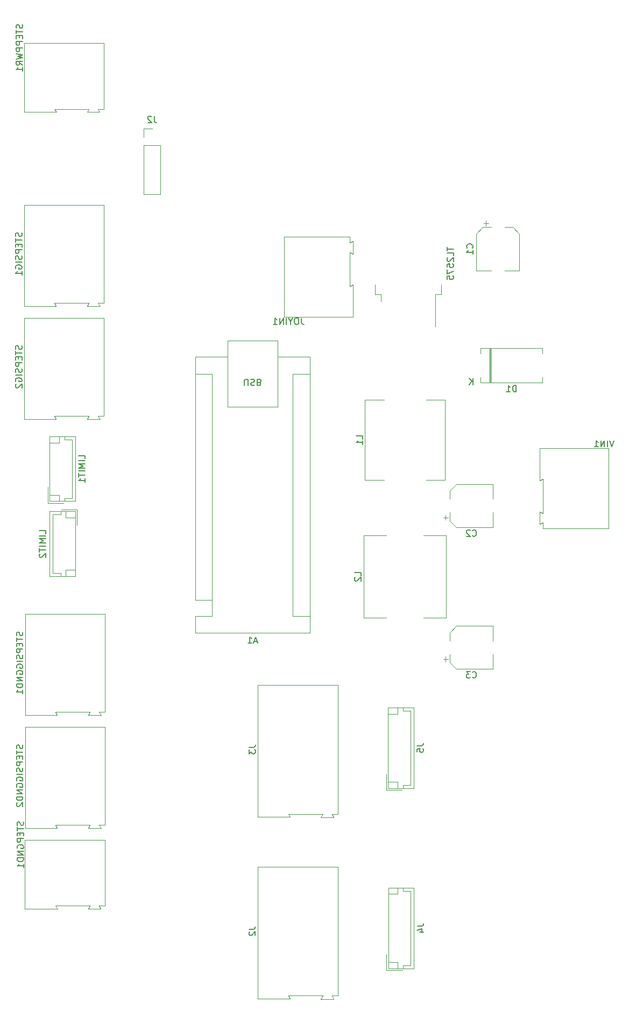
<source format=gbr>
%TF.GenerationSoftware,KiCad,Pcbnew,7.0.7-7.0.7~ubuntu22.04.1*%
%TF.CreationDate,2023-09-29T11:53:24-06:00*%
%TF.ProjectId,stepper_microscope_stage,73746570-7065-4725-9f6d-6963726f7363,9*%
%TF.SameCoordinates,Original*%
%TF.FileFunction,Legend,Bot*%
%TF.FilePolarity,Positive*%
%FSLAX46Y46*%
G04 Gerber Fmt 4.6, Leading zero omitted, Abs format (unit mm)*
G04 Created by KiCad (PCBNEW 7.0.7-7.0.7~ubuntu22.04.1) date 2023-09-29 11:53:24*
%MOMM*%
%LPD*%
G01*
G04 APERTURE LIST*
%ADD10C,0.150000*%
%ADD11C,0.120000*%
G04 APERTURE END LIST*
D10*
X134016666Y-119959580D02*
X134064285Y-120007200D01*
X134064285Y-120007200D02*
X134207142Y-120054819D01*
X134207142Y-120054819D02*
X134302380Y-120054819D01*
X134302380Y-120054819D02*
X134445237Y-120007200D01*
X134445237Y-120007200D02*
X134540475Y-119911961D01*
X134540475Y-119911961D02*
X134588094Y-119816723D01*
X134588094Y-119816723D02*
X134635713Y-119626247D01*
X134635713Y-119626247D02*
X134635713Y-119483390D01*
X134635713Y-119483390D02*
X134588094Y-119292914D01*
X134588094Y-119292914D02*
X134540475Y-119197676D01*
X134540475Y-119197676D02*
X134445237Y-119102438D01*
X134445237Y-119102438D02*
X134302380Y-119054819D01*
X134302380Y-119054819D02*
X134207142Y-119054819D01*
X134207142Y-119054819D02*
X134064285Y-119102438D01*
X134064285Y-119102438D02*
X134016666Y-119150057D01*
X133683332Y-119054819D02*
X133064285Y-119054819D01*
X133064285Y-119054819D02*
X133397618Y-119435771D01*
X133397618Y-119435771D02*
X133254761Y-119435771D01*
X133254761Y-119435771D02*
X133159523Y-119483390D01*
X133159523Y-119483390D02*
X133111904Y-119531009D01*
X133111904Y-119531009D02*
X133064285Y-119626247D01*
X133064285Y-119626247D02*
X133064285Y-119864342D01*
X133064285Y-119864342D02*
X133111904Y-119959580D01*
X133111904Y-119959580D02*
X133159523Y-120007200D01*
X133159523Y-120007200D02*
X133254761Y-120054819D01*
X133254761Y-120054819D02*
X133540475Y-120054819D01*
X133540475Y-120054819D02*
X133635713Y-120007200D01*
X133635713Y-120007200D02*
X133683332Y-119959580D01*
X98844819Y-159566666D02*
X99559104Y-159566666D01*
X99559104Y-159566666D02*
X99701961Y-159519047D01*
X99701961Y-159519047D02*
X99797200Y-159423809D01*
X99797200Y-159423809D02*
X99844819Y-159280952D01*
X99844819Y-159280952D02*
X99844819Y-159185714D01*
X98940057Y-159995238D02*
X98892438Y-160042857D01*
X98892438Y-160042857D02*
X98844819Y-160138095D01*
X98844819Y-160138095D02*
X98844819Y-160376190D01*
X98844819Y-160376190D02*
X98892438Y-160471428D01*
X98892438Y-160471428D02*
X98940057Y-160519047D01*
X98940057Y-160519047D02*
X99035295Y-160566666D01*
X99035295Y-160566666D02*
X99130533Y-160566666D01*
X99130533Y-160566666D02*
X99273390Y-160519047D01*
X99273390Y-160519047D02*
X99844819Y-159947619D01*
X99844819Y-159947619D02*
X99844819Y-160566666D01*
X66854819Y-97354762D02*
X66854819Y-96878572D01*
X66854819Y-96878572D02*
X65854819Y-96878572D01*
X66854819Y-97688096D02*
X65854819Y-97688096D01*
X66854819Y-98164286D02*
X65854819Y-98164286D01*
X65854819Y-98164286D02*
X66569104Y-98497619D01*
X66569104Y-98497619D02*
X65854819Y-98830952D01*
X65854819Y-98830952D02*
X66854819Y-98830952D01*
X66854819Y-99307143D02*
X65854819Y-99307143D01*
X65854819Y-99640476D02*
X65854819Y-100211904D01*
X66854819Y-99926190D02*
X65854819Y-99926190D01*
X65950057Y-100497619D02*
X65902438Y-100545238D01*
X65902438Y-100545238D02*
X65854819Y-100640476D01*
X65854819Y-100640476D02*
X65854819Y-100878571D01*
X65854819Y-100878571D02*
X65902438Y-100973809D01*
X65902438Y-100973809D02*
X65950057Y-101021428D01*
X65950057Y-101021428D02*
X66045295Y-101069047D01*
X66045295Y-101069047D02*
X66140533Y-101069047D01*
X66140533Y-101069047D02*
X66283390Y-101021428D01*
X66283390Y-101021428D02*
X66854819Y-100450000D01*
X66854819Y-100450000D02*
X66854819Y-101069047D01*
X125304819Y-130716666D02*
X126019104Y-130716666D01*
X126019104Y-130716666D02*
X126161961Y-130669047D01*
X126161961Y-130669047D02*
X126257200Y-130573809D01*
X126257200Y-130573809D02*
X126304819Y-130430952D01*
X126304819Y-130430952D02*
X126304819Y-130335714D01*
X125304819Y-131669047D02*
X125304819Y-131192857D01*
X125304819Y-131192857D02*
X125781009Y-131145238D01*
X125781009Y-131145238D02*
X125733390Y-131192857D01*
X125733390Y-131192857D02*
X125685771Y-131288095D01*
X125685771Y-131288095D02*
X125685771Y-131526190D01*
X125685771Y-131526190D02*
X125733390Y-131621428D01*
X125733390Y-131621428D02*
X125781009Y-131669047D01*
X125781009Y-131669047D02*
X125876247Y-131716666D01*
X125876247Y-131716666D02*
X126114342Y-131716666D01*
X126114342Y-131716666D02*
X126209580Y-131669047D01*
X126209580Y-131669047D02*
X126257200Y-131621428D01*
X126257200Y-131621428D02*
X126304819Y-131526190D01*
X126304819Y-131526190D02*
X126304819Y-131288095D01*
X126304819Y-131288095D02*
X126257200Y-131192857D01*
X126257200Y-131192857D02*
X126209580Y-131145238D01*
X63218016Y-130588811D02*
X63265635Y-130731668D01*
X63265635Y-130731668D02*
X63265635Y-130969763D01*
X63265635Y-130969763D02*
X63218016Y-131065001D01*
X63218016Y-131065001D02*
X63170396Y-131112620D01*
X63170396Y-131112620D02*
X63075158Y-131160239D01*
X63075158Y-131160239D02*
X62979920Y-131160239D01*
X62979920Y-131160239D02*
X62884682Y-131112620D01*
X62884682Y-131112620D02*
X62837063Y-131065001D01*
X62837063Y-131065001D02*
X62789444Y-130969763D01*
X62789444Y-130969763D02*
X62741825Y-130779287D01*
X62741825Y-130779287D02*
X62694206Y-130684049D01*
X62694206Y-130684049D02*
X62646587Y-130636430D01*
X62646587Y-130636430D02*
X62551349Y-130588811D01*
X62551349Y-130588811D02*
X62456111Y-130588811D01*
X62456111Y-130588811D02*
X62360873Y-130636430D01*
X62360873Y-130636430D02*
X62313254Y-130684049D01*
X62313254Y-130684049D02*
X62265635Y-130779287D01*
X62265635Y-130779287D02*
X62265635Y-131017382D01*
X62265635Y-131017382D02*
X62313254Y-131160239D01*
X62265635Y-131445954D02*
X62265635Y-132017382D01*
X63265635Y-131731668D02*
X62265635Y-131731668D01*
X62741825Y-132350716D02*
X62741825Y-132684049D01*
X63265635Y-132826906D02*
X63265635Y-132350716D01*
X63265635Y-132350716D02*
X62265635Y-132350716D01*
X62265635Y-132350716D02*
X62265635Y-132826906D01*
X63265635Y-133255478D02*
X62265635Y-133255478D01*
X62265635Y-133255478D02*
X62265635Y-133636430D01*
X62265635Y-133636430D02*
X62313254Y-133731668D01*
X62313254Y-133731668D02*
X62360873Y-133779287D01*
X62360873Y-133779287D02*
X62456111Y-133826906D01*
X62456111Y-133826906D02*
X62598968Y-133826906D01*
X62598968Y-133826906D02*
X62694206Y-133779287D01*
X62694206Y-133779287D02*
X62741825Y-133731668D01*
X62741825Y-133731668D02*
X62789444Y-133636430D01*
X62789444Y-133636430D02*
X62789444Y-133255478D01*
X63218016Y-134207859D02*
X63265635Y-134350716D01*
X63265635Y-134350716D02*
X63265635Y-134588811D01*
X63265635Y-134588811D02*
X63218016Y-134684049D01*
X63218016Y-134684049D02*
X63170396Y-134731668D01*
X63170396Y-134731668D02*
X63075158Y-134779287D01*
X63075158Y-134779287D02*
X62979920Y-134779287D01*
X62979920Y-134779287D02*
X62884682Y-134731668D01*
X62884682Y-134731668D02*
X62837063Y-134684049D01*
X62837063Y-134684049D02*
X62789444Y-134588811D01*
X62789444Y-134588811D02*
X62741825Y-134398335D01*
X62741825Y-134398335D02*
X62694206Y-134303097D01*
X62694206Y-134303097D02*
X62646587Y-134255478D01*
X62646587Y-134255478D02*
X62551349Y-134207859D01*
X62551349Y-134207859D02*
X62456111Y-134207859D01*
X62456111Y-134207859D02*
X62360873Y-134255478D01*
X62360873Y-134255478D02*
X62313254Y-134303097D01*
X62313254Y-134303097D02*
X62265635Y-134398335D01*
X62265635Y-134398335D02*
X62265635Y-134636430D01*
X62265635Y-134636430D02*
X62313254Y-134779287D01*
X63265635Y-135207859D02*
X62265635Y-135207859D01*
X62313254Y-136207858D02*
X62265635Y-136112620D01*
X62265635Y-136112620D02*
X62265635Y-135969763D01*
X62265635Y-135969763D02*
X62313254Y-135826906D01*
X62313254Y-135826906D02*
X62408492Y-135731668D01*
X62408492Y-135731668D02*
X62503730Y-135684049D01*
X62503730Y-135684049D02*
X62694206Y-135636430D01*
X62694206Y-135636430D02*
X62837063Y-135636430D01*
X62837063Y-135636430D02*
X63027539Y-135684049D01*
X63027539Y-135684049D02*
X63122777Y-135731668D01*
X63122777Y-135731668D02*
X63218016Y-135826906D01*
X63218016Y-135826906D02*
X63265635Y-135969763D01*
X63265635Y-135969763D02*
X63265635Y-136065001D01*
X63265635Y-136065001D02*
X63218016Y-136207858D01*
X63218016Y-136207858D02*
X63170396Y-136255477D01*
X63170396Y-136255477D02*
X62837063Y-136255477D01*
X62837063Y-136255477D02*
X62837063Y-136065001D01*
X62313254Y-137207858D02*
X62265635Y-137112620D01*
X62265635Y-137112620D02*
X62265635Y-136969763D01*
X62265635Y-136969763D02*
X62313254Y-136826906D01*
X62313254Y-136826906D02*
X62408492Y-136731668D01*
X62408492Y-136731668D02*
X62503730Y-136684049D01*
X62503730Y-136684049D02*
X62694206Y-136636430D01*
X62694206Y-136636430D02*
X62837063Y-136636430D01*
X62837063Y-136636430D02*
X63027539Y-136684049D01*
X63027539Y-136684049D02*
X63122777Y-136731668D01*
X63122777Y-136731668D02*
X63218016Y-136826906D01*
X63218016Y-136826906D02*
X63265635Y-136969763D01*
X63265635Y-136969763D02*
X63265635Y-137065001D01*
X63265635Y-137065001D02*
X63218016Y-137207858D01*
X63218016Y-137207858D02*
X63170396Y-137255477D01*
X63170396Y-137255477D02*
X62837063Y-137255477D01*
X62837063Y-137255477D02*
X62837063Y-137065001D01*
X63265635Y-137684049D02*
X62265635Y-137684049D01*
X62265635Y-137684049D02*
X63265635Y-138255477D01*
X63265635Y-138255477D02*
X62265635Y-138255477D01*
X63265635Y-138731668D02*
X62265635Y-138731668D01*
X62265635Y-138731668D02*
X62265635Y-138969763D01*
X62265635Y-138969763D02*
X62313254Y-139112620D01*
X62313254Y-139112620D02*
X62408492Y-139207858D01*
X62408492Y-139207858D02*
X62503730Y-139255477D01*
X62503730Y-139255477D02*
X62694206Y-139303096D01*
X62694206Y-139303096D02*
X62837063Y-139303096D01*
X62837063Y-139303096D02*
X63027539Y-139255477D01*
X63027539Y-139255477D02*
X63122777Y-139207858D01*
X63122777Y-139207858D02*
X63218016Y-139112620D01*
X63218016Y-139112620D02*
X63265635Y-138969763D01*
X63265635Y-138969763D02*
X63265635Y-138731668D01*
X62360873Y-139684049D02*
X62313254Y-139731668D01*
X62313254Y-139731668D02*
X62265635Y-139826906D01*
X62265635Y-139826906D02*
X62265635Y-140065001D01*
X62265635Y-140065001D02*
X62313254Y-140160239D01*
X62313254Y-140160239D02*
X62360873Y-140207858D01*
X62360873Y-140207858D02*
X62456111Y-140255477D01*
X62456111Y-140255477D02*
X62551349Y-140255477D01*
X62551349Y-140255477D02*
X62694206Y-140207858D01*
X62694206Y-140207858D02*
X63265635Y-139636430D01*
X63265635Y-139636430D02*
X63265635Y-140255477D01*
X63057200Y-50012620D02*
X63104819Y-50155477D01*
X63104819Y-50155477D02*
X63104819Y-50393572D01*
X63104819Y-50393572D02*
X63057200Y-50488810D01*
X63057200Y-50488810D02*
X63009580Y-50536429D01*
X63009580Y-50536429D02*
X62914342Y-50584048D01*
X62914342Y-50584048D02*
X62819104Y-50584048D01*
X62819104Y-50584048D02*
X62723866Y-50536429D01*
X62723866Y-50536429D02*
X62676247Y-50488810D01*
X62676247Y-50488810D02*
X62628628Y-50393572D01*
X62628628Y-50393572D02*
X62581009Y-50203096D01*
X62581009Y-50203096D02*
X62533390Y-50107858D01*
X62533390Y-50107858D02*
X62485771Y-50060239D01*
X62485771Y-50060239D02*
X62390533Y-50012620D01*
X62390533Y-50012620D02*
X62295295Y-50012620D01*
X62295295Y-50012620D02*
X62200057Y-50060239D01*
X62200057Y-50060239D02*
X62152438Y-50107858D01*
X62152438Y-50107858D02*
X62104819Y-50203096D01*
X62104819Y-50203096D02*
X62104819Y-50441191D01*
X62104819Y-50441191D02*
X62152438Y-50584048D01*
X62104819Y-50869763D02*
X62104819Y-51441191D01*
X63104819Y-51155477D02*
X62104819Y-51155477D01*
X62581009Y-51774525D02*
X62581009Y-52107858D01*
X63104819Y-52250715D02*
X63104819Y-51774525D01*
X63104819Y-51774525D02*
X62104819Y-51774525D01*
X62104819Y-51774525D02*
X62104819Y-52250715D01*
X63104819Y-52679287D02*
X62104819Y-52679287D01*
X62104819Y-52679287D02*
X62104819Y-53060239D01*
X62104819Y-53060239D02*
X62152438Y-53155477D01*
X62152438Y-53155477D02*
X62200057Y-53203096D01*
X62200057Y-53203096D02*
X62295295Y-53250715D01*
X62295295Y-53250715D02*
X62438152Y-53250715D01*
X62438152Y-53250715D02*
X62533390Y-53203096D01*
X62533390Y-53203096D02*
X62581009Y-53155477D01*
X62581009Y-53155477D02*
X62628628Y-53060239D01*
X62628628Y-53060239D02*
X62628628Y-52679287D01*
X63057200Y-53631668D02*
X63104819Y-53774525D01*
X63104819Y-53774525D02*
X63104819Y-54012620D01*
X63104819Y-54012620D02*
X63057200Y-54107858D01*
X63057200Y-54107858D02*
X63009580Y-54155477D01*
X63009580Y-54155477D02*
X62914342Y-54203096D01*
X62914342Y-54203096D02*
X62819104Y-54203096D01*
X62819104Y-54203096D02*
X62723866Y-54155477D01*
X62723866Y-54155477D02*
X62676247Y-54107858D01*
X62676247Y-54107858D02*
X62628628Y-54012620D01*
X62628628Y-54012620D02*
X62581009Y-53822144D01*
X62581009Y-53822144D02*
X62533390Y-53726906D01*
X62533390Y-53726906D02*
X62485771Y-53679287D01*
X62485771Y-53679287D02*
X62390533Y-53631668D01*
X62390533Y-53631668D02*
X62295295Y-53631668D01*
X62295295Y-53631668D02*
X62200057Y-53679287D01*
X62200057Y-53679287D02*
X62152438Y-53726906D01*
X62152438Y-53726906D02*
X62104819Y-53822144D01*
X62104819Y-53822144D02*
X62104819Y-54060239D01*
X62104819Y-54060239D02*
X62152438Y-54203096D01*
X63104819Y-54631668D02*
X62104819Y-54631668D01*
X62152438Y-55631667D02*
X62104819Y-55536429D01*
X62104819Y-55536429D02*
X62104819Y-55393572D01*
X62104819Y-55393572D02*
X62152438Y-55250715D01*
X62152438Y-55250715D02*
X62247676Y-55155477D01*
X62247676Y-55155477D02*
X62342914Y-55107858D01*
X62342914Y-55107858D02*
X62533390Y-55060239D01*
X62533390Y-55060239D02*
X62676247Y-55060239D01*
X62676247Y-55060239D02*
X62866723Y-55107858D01*
X62866723Y-55107858D02*
X62961961Y-55155477D01*
X62961961Y-55155477D02*
X63057200Y-55250715D01*
X63057200Y-55250715D02*
X63104819Y-55393572D01*
X63104819Y-55393572D02*
X63104819Y-55488810D01*
X63104819Y-55488810D02*
X63057200Y-55631667D01*
X63057200Y-55631667D02*
X63009580Y-55679286D01*
X63009580Y-55679286D02*
X62676247Y-55679286D01*
X62676247Y-55679286D02*
X62676247Y-55488810D01*
X63104819Y-56631667D02*
X63104819Y-56060239D01*
X63104819Y-56345953D02*
X62104819Y-56345953D01*
X62104819Y-56345953D02*
X62247676Y-56250715D01*
X62247676Y-56250715D02*
X62342914Y-56155477D01*
X62342914Y-56155477D02*
X62390533Y-56060239D01*
X130004819Y-52254762D02*
X130004819Y-52826190D01*
X131004819Y-52540476D02*
X130004819Y-52540476D01*
X131004819Y-53635714D02*
X131004819Y-53159524D01*
X131004819Y-53159524D02*
X130004819Y-53159524D01*
X130100057Y-53921429D02*
X130052438Y-53969048D01*
X130052438Y-53969048D02*
X130004819Y-54064286D01*
X130004819Y-54064286D02*
X130004819Y-54302381D01*
X130004819Y-54302381D02*
X130052438Y-54397619D01*
X130052438Y-54397619D02*
X130100057Y-54445238D01*
X130100057Y-54445238D02*
X130195295Y-54492857D01*
X130195295Y-54492857D02*
X130290533Y-54492857D01*
X130290533Y-54492857D02*
X130433390Y-54445238D01*
X130433390Y-54445238D02*
X131004819Y-53873810D01*
X131004819Y-53873810D02*
X131004819Y-54492857D01*
X130004819Y-55397619D02*
X130004819Y-54921429D01*
X130004819Y-54921429D02*
X130481009Y-54873810D01*
X130481009Y-54873810D02*
X130433390Y-54921429D01*
X130433390Y-54921429D02*
X130385771Y-55016667D01*
X130385771Y-55016667D02*
X130385771Y-55254762D01*
X130385771Y-55254762D02*
X130433390Y-55350000D01*
X130433390Y-55350000D02*
X130481009Y-55397619D01*
X130481009Y-55397619D02*
X130576247Y-55445238D01*
X130576247Y-55445238D02*
X130814342Y-55445238D01*
X130814342Y-55445238D02*
X130909580Y-55397619D01*
X130909580Y-55397619D02*
X130957200Y-55350000D01*
X130957200Y-55350000D02*
X131004819Y-55254762D01*
X131004819Y-55254762D02*
X131004819Y-55016667D01*
X131004819Y-55016667D02*
X130957200Y-54921429D01*
X130957200Y-54921429D02*
X130909580Y-54873810D01*
X130004819Y-55778572D02*
X130004819Y-56445238D01*
X130004819Y-56445238D02*
X131004819Y-56016667D01*
X130004819Y-57302381D02*
X130004819Y-56826191D01*
X130004819Y-56826191D02*
X130481009Y-56778572D01*
X130481009Y-56778572D02*
X130433390Y-56826191D01*
X130433390Y-56826191D02*
X130385771Y-56921429D01*
X130385771Y-56921429D02*
X130385771Y-57159524D01*
X130385771Y-57159524D02*
X130433390Y-57254762D01*
X130433390Y-57254762D02*
X130481009Y-57302381D01*
X130481009Y-57302381D02*
X130576247Y-57350000D01*
X130576247Y-57350000D02*
X130814342Y-57350000D01*
X130814342Y-57350000D02*
X130909580Y-57302381D01*
X130909580Y-57302381D02*
X130957200Y-57254762D01*
X130957200Y-57254762D02*
X131004819Y-57159524D01*
X131004819Y-57159524D02*
X131004819Y-56921429D01*
X131004819Y-56921429D02*
X130957200Y-56826191D01*
X130957200Y-56826191D02*
X130909580Y-56778572D01*
X83933333Y-31659819D02*
X83933333Y-32374104D01*
X83933333Y-32374104D02*
X83980952Y-32516961D01*
X83980952Y-32516961D02*
X84076190Y-32612200D01*
X84076190Y-32612200D02*
X84219047Y-32659819D01*
X84219047Y-32659819D02*
X84314285Y-32659819D01*
X83504761Y-31755057D02*
X83457142Y-31707438D01*
X83457142Y-31707438D02*
X83361904Y-31659819D01*
X83361904Y-31659819D02*
X83123809Y-31659819D01*
X83123809Y-31659819D02*
X83028571Y-31707438D01*
X83028571Y-31707438D02*
X82980952Y-31755057D01*
X82980952Y-31755057D02*
X82933333Y-31850295D01*
X82933333Y-31850295D02*
X82933333Y-31945533D01*
X82933333Y-31945533D02*
X82980952Y-32088390D01*
X82980952Y-32088390D02*
X83552380Y-32659819D01*
X83552380Y-32659819D02*
X82933333Y-32659819D01*
X63318016Y-142663096D02*
X63365635Y-142805953D01*
X63365635Y-142805953D02*
X63365635Y-143044048D01*
X63365635Y-143044048D02*
X63318016Y-143139286D01*
X63318016Y-143139286D02*
X63270396Y-143186905D01*
X63270396Y-143186905D02*
X63175158Y-143234524D01*
X63175158Y-143234524D02*
X63079920Y-143234524D01*
X63079920Y-143234524D02*
X62984682Y-143186905D01*
X62984682Y-143186905D02*
X62937063Y-143139286D01*
X62937063Y-143139286D02*
X62889444Y-143044048D01*
X62889444Y-143044048D02*
X62841825Y-142853572D01*
X62841825Y-142853572D02*
X62794206Y-142758334D01*
X62794206Y-142758334D02*
X62746587Y-142710715D01*
X62746587Y-142710715D02*
X62651349Y-142663096D01*
X62651349Y-142663096D02*
X62556111Y-142663096D01*
X62556111Y-142663096D02*
X62460873Y-142710715D01*
X62460873Y-142710715D02*
X62413254Y-142758334D01*
X62413254Y-142758334D02*
X62365635Y-142853572D01*
X62365635Y-142853572D02*
X62365635Y-143091667D01*
X62365635Y-143091667D02*
X62413254Y-143234524D01*
X62365635Y-143520239D02*
X62365635Y-144091667D01*
X63365635Y-143805953D02*
X62365635Y-143805953D01*
X62841825Y-144425001D02*
X62841825Y-144758334D01*
X63365635Y-144901191D02*
X63365635Y-144425001D01*
X63365635Y-144425001D02*
X62365635Y-144425001D01*
X62365635Y-144425001D02*
X62365635Y-144901191D01*
X63365635Y-145329763D02*
X62365635Y-145329763D01*
X62365635Y-145329763D02*
X62365635Y-145710715D01*
X62365635Y-145710715D02*
X62413254Y-145805953D01*
X62413254Y-145805953D02*
X62460873Y-145853572D01*
X62460873Y-145853572D02*
X62556111Y-145901191D01*
X62556111Y-145901191D02*
X62698968Y-145901191D01*
X62698968Y-145901191D02*
X62794206Y-145853572D01*
X62794206Y-145853572D02*
X62841825Y-145805953D01*
X62841825Y-145805953D02*
X62889444Y-145710715D01*
X62889444Y-145710715D02*
X62889444Y-145329763D01*
X62413254Y-146853572D02*
X62365635Y-146758334D01*
X62365635Y-146758334D02*
X62365635Y-146615477D01*
X62365635Y-146615477D02*
X62413254Y-146472620D01*
X62413254Y-146472620D02*
X62508492Y-146377382D01*
X62508492Y-146377382D02*
X62603730Y-146329763D01*
X62603730Y-146329763D02*
X62794206Y-146282144D01*
X62794206Y-146282144D02*
X62937063Y-146282144D01*
X62937063Y-146282144D02*
X63127539Y-146329763D01*
X63127539Y-146329763D02*
X63222777Y-146377382D01*
X63222777Y-146377382D02*
X63318016Y-146472620D01*
X63318016Y-146472620D02*
X63365635Y-146615477D01*
X63365635Y-146615477D02*
X63365635Y-146710715D01*
X63365635Y-146710715D02*
X63318016Y-146853572D01*
X63318016Y-146853572D02*
X63270396Y-146901191D01*
X63270396Y-146901191D02*
X62937063Y-146901191D01*
X62937063Y-146901191D02*
X62937063Y-146710715D01*
X63365635Y-147329763D02*
X62365635Y-147329763D01*
X62365635Y-147329763D02*
X63365635Y-147901191D01*
X63365635Y-147901191D02*
X62365635Y-147901191D01*
X63365635Y-148377382D02*
X62365635Y-148377382D01*
X62365635Y-148377382D02*
X62365635Y-148615477D01*
X62365635Y-148615477D02*
X62413254Y-148758334D01*
X62413254Y-148758334D02*
X62508492Y-148853572D01*
X62508492Y-148853572D02*
X62603730Y-148901191D01*
X62603730Y-148901191D02*
X62794206Y-148948810D01*
X62794206Y-148948810D02*
X62937063Y-148948810D01*
X62937063Y-148948810D02*
X63127539Y-148901191D01*
X63127539Y-148901191D02*
X63222777Y-148853572D01*
X63222777Y-148853572D02*
X63318016Y-148758334D01*
X63318016Y-148758334D02*
X63365635Y-148615477D01*
X63365635Y-148615477D02*
X63365635Y-148377382D01*
X63365635Y-149901191D02*
X63365635Y-149329763D01*
X63365635Y-149615477D02*
X62365635Y-149615477D01*
X62365635Y-149615477D02*
X62508492Y-149520239D01*
X62508492Y-149520239D02*
X62603730Y-149425001D01*
X62603730Y-149425001D02*
X62651349Y-149329763D01*
X63218016Y-112838811D02*
X63265635Y-112981668D01*
X63265635Y-112981668D02*
X63265635Y-113219763D01*
X63265635Y-113219763D02*
X63218016Y-113315001D01*
X63218016Y-113315001D02*
X63170396Y-113362620D01*
X63170396Y-113362620D02*
X63075158Y-113410239D01*
X63075158Y-113410239D02*
X62979920Y-113410239D01*
X62979920Y-113410239D02*
X62884682Y-113362620D01*
X62884682Y-113362620D02*
X62837063Y-113315001D01*
X62837063Y-113315001D02*
X62789444Y-113219763D01*
X62789444Y-113219763D02*
X62741825Y-113029287D01*
X62741825Y-113029287D02*
X62694206Y-112934049D01*
X62694206Y-112934049D02*
X62646587Y-112886430D01*
X62646587Y-112886430D02*
X62551349Y-112838811D01*
X62551349Y-112838811D02*
X62456111Y-112838811D01*
X62456111Y-112838811D02*
X62360873Y-112886430D01*
X62360873Y-112886430D02*
X62313254Y-112934049D01*
X62313254Y-112934049D02*
X62265635Y-113029287D01*
X62265635Y-113029287D02*
X62265635Y-113267382D01*
X62265635Y-113267382D02*
X62313254Y-113410239D01*
X62265635Y-113695954D02*
X62265635Y-114267382D01*
X63265635Y-113981668D02*
X62265635Y-113981668D01*
X62741825Y-114600716D02*
X62741825Y-114934049D01*
X63265635Y-115076906D02*
X63265635Y-114600716D01*
X63265635Y-114600716D02*
X62265635Y-114600716D01*
X62265635Y-114600716D02*
X62265635Y-115076906D01*
X63265635Y-115505478D02*
X62265635Y-115505478D01*
X62265635Y-115505478D02*
X62265635Y-115886430D01*
X62265635Y-115886430D02*
X62313254Y-115981668D01*
X62313254Y-115981668D02*
X62360873Y-116029287D01*
X62360873Y-116029287D02*
X62456111Y-116076906D01*
X62456111Y-116076906D02*
X62598968Y-116076906D01*
X62598968Y-116076906D02*
X62694206Y-116029287D01*
X62694206Y-116029287D02*
X62741825Y-115981668D01*
X62741825Y-115981668D02*
X62789444Y-115886430D01*
X62789444Y-115886430D02*
X62789444Y-115505478D01*
X63218016Y-116457859D02*
X63265635Y-116600716D01*
X63265635Y-116600716D02*
X63265635Y-116838811D01*
X63265635Y-116838811D02*
X63218016Y-116934049D01*
X63218016Y-116934049D02*
X63170396Y-116981668D01*
X63170396Y-116981668D02*
X63075158Y-117029287D01*
X63075158Y-117029287D02*
X62979920Y-117029287D01*
X62979920Y-117029287D02*
X62884682Y-116981668D01*
X62884682Y-116981668D02*
X62837063Y-116934049D01*
X62837063Y-116934049D02*
X62789444Y-116838811D01*
X62789444Y-116838811D02*
X62741825Y-116648335D01*
X62741825Y-116648335D02*
X62694206Y-116553097D01*
X62694206Y-116553097D02*
X62646587Y-116505478D01*
X62646587Y-116505478D02*
X62551349Y-116457859D01*
X62551349Y-116457859D02*
X62456111Y-116457859D01*
X62456111Y-116457859D02*
X62360873Y-116505478D01*
X62360873Y-116505478D02*
X62313254Y-116553097D01*
X62313254Y-116553097D02*
X62265635Y-116648335D01*
X62265635Y-116648335D02*
X62265635Y-116886430D01*
X62265635Y-116886430D02*
X62313254Y-117029287D01*
X63265635Y-117457859D02*
X62265635Y-117457859D01*
X62313254Y-118457858D02*
X62265635Y-118362620D01*
X62265635Y-118362620D02*
X62265635Y-118219763D01*
X62265635Y-118219763D02*
X62313254Y-118076906D01*
X62313254Y-118076906D02*
X62408492Y-117981668D01*
X62408492Y-117981668D02*
X62503730Y-117934049D01*
X62503730Y-117934049D02*
X62694206Y-117886430D01*
X62694206Y-117886430D02*
X62837063Y-117886430D01*
X62837063Y-117886430D02*
X63027539Y-117934049D01*
X63027539Y-117934049D02*
X63122777Y-117981668D01*
X63122777Y-117981668D02*
X63218016Y-118076906D01*
X63218016Y-118076906D02*
X63265635Y-118219763D01*
X63265635Y-118219763D02*
X63265635Y-118315001D01*
X63265635Y-118315001D02*
X63218016Y-118457858D01*
X63218016Y-118457858D02*
X63170396Y-118505477D01*
X63170396Y-118505477D02*
X62837063Y-118505477D01*
X62837063Y-118505477D02*
X62837063Y-118315001D01*
X62313254Y-119457858D02*
X62265635Y-119362620D01*
X62265635Y-119362620D02*
X62265635Y-119219763D01*
X62265635Y-119219763D02*
X62313254Y-119076906D01*
X62313254Y-119076906D02*
X62408492Y-118981668D01*
X62408492Y-118981668D02*
X62503730Y-118934049D01*
X62503730Y-118934049D02*
X62694206Y-118886430D01*
X62694206Y-118886430D02*
X62837063Y-118886430D01*
X62837063Y-118886430D02*
X63027539Y-118934049D01*
X63027539Y-118934049D02*
X63122777Y-118981668D01*
X63122777Y-118981668D02*
X63218016Y-119076906D01*
X63218016Y-119076906D02*
X63265635Y-119219763D01*
X63265635Y-119219763D02*
X63265635Y-119315001D01*
X63265635Y-119315001D02*
X63218016Y-119457858D01*
X63218016Y-119457858D02*
X63170396Y-119505477D01*
X63170396Y-119505477D02*
X62837063Y-119505477D01*
X62837063Y-119505477D02*
X62837063Y-119315001D01*
X63265635Y-119934049D02*
X62265635Y-119934049D01*
X62265635Y-119934049D02*
X63265635Y-120505477D01*
X63265635Y-120505477D02*
X62265635Y-120505477D01*
X63265635Y-120981668D02*
X62265635Y-120981668D01*
X62265635Y-120981668D02*
X62265635Y-121219763D01*
X62265635Y-121219763D02*
X62313254Y-121362620D01*
X62313254Y-121362620D02*
X62408492Y-121457858D01*
X62408492Y-121457858D02*
X62503730Y-121505477D01*
X62503730Y-121505477D02*
X62694206Y-121553096D01*
X62694206Y-121553096D02*
X62837063Y-121553096D01*
X62837063Y-121553096D02*
X63027539Y-121505477D01*
X63027539Y-121505477D02*
X63122777Y-121457858D01*
X63122777Y-121457858D02*
X63218016Y-121362620D01*
X63218016Y-121362620D02*
X63265635Y-121219763D01*
X63265635Y-121219763D02*
X63265635Y-120981668D01*
X63265635Y-122505477D02*
X63265635Y-121934049D01*
X63265635Y-122219763D02*
X62265635Y-122219763D01*
X62265635Y-122219763D02*
X62408492Y-122124525D01*
X62408492Y-122124525D02*
X62503730Y-122029287D01*
X62503730Y-122029287D02*
X62551349Y-121934049D01*
X73064819Y-85537618D02*
X73064819Y-85061428D01*
X73064819Y-85061428D02*
X72064819Y-85061428D01*
X73064819Y-85870952D02*
X72064819Y-85870952D01*
X73064819Y-86347142D02*
X72064819Y-86347142D01*
X72064819Y-86347142D02*
X72779104Y-86680475D01*
X72779104Y-86680475D02*
X72064819Y-87013808D01*
X72064819Y-87013808D02*
X73064819Y-87013808D01*
X73064819Y-87489999D02*
X72064819Y-87489999D01*
X72064819Y-87823332D02*
X72064819Y-88394760D01*
X73064819Y-88109046D02*
X72064819Y-88109046D01*
X73064819Y-89251903D02*
X73064819Y-88680475D01*
X73064819Y-88966189D02*
X72064819Y-88966189D01*
X72064819Y-88966189D02*
X72207676Y-88870951D01*
X72207676Y-88870951D02*
X72302914Y-88775713D01*
X72302914Y-88775713D02*
X72350533Y-88680475D01*
X116754819Y-82433333D02*
X116754819Y-81957143D01*
X116754819Y-81957143D02*
X115754819Y-81957143D01*
X116754819Y-83290476D02*
X116754819Y-82719048D01*
X116754819Y-83004762D02*
X115754819Y-83004762D01*
X115754819Y-83004762D02*
X115897676Y-82909524D01*
X115897676Y-82909524D02*
X115992914Y-82814286D01*
X115992914Y-82814286D02*
X116040533Y-82719048D01*
X63167200Y-17238333D02*
X63214819Y-17381190D01*
X63214819Y-17381190D02*
X63214819Y-17619285D01*
X63214819Y-17619285D02*
X63167200Y-17714523D01*
X63167200Y-17714523D02*
X63119580Y-17762142D01*
X63119580Y-17762142D02*
X63024342Y-17809761D01*
X63024342Y-17809761D02*
X62929104Y-17809761D01*
X62929104Y-17809761D02*
X62833866Y-17762142D01*
X62833866Y-17762142D02*
X62786247Y-17714523D01*
X62786247Y-17714523D02*
X62738628Y-17619285D01*
X62738628Y-17619285D02*
X62691009Y-17428809D01*
X62691009Y-17428809D02*
X62643390Y-17333571D01*
X62643390Y-17333571D02*
X62595771Y-17285952D01*
X62595771Y-17285952D02*
X62500533Y-17238333D01*
X62500533Y-17238333D02*
X62405295Y-17238333D01*
X62405295Y-17238333D02*
X62310057Y-17285952D01*
X62310057Y-17285952D02*
X62262438Y-17333571D01*
X62262438Y-17333571D02*
X62214819Y-17428809D01*
X62214819Y-17428809D02*
X62214819Y-17666904D01*
X62214819Y-17666904D02*
X62262438Y-17809761D01*
X62214819Y-18095476D02*
X62214819Y-18666904D01*
X63214819Y-18381190D02*
X62214819Y-18381190D01*
X62691009Y-19000238D02*
X62691009Y-19333571D01*
X63214819Y-19476428D02*
X63214819Y-19000238D01*
X63214819Y-19000238D02*
X62214819Y-19000238D01*
X62214819Y-19000238D02*
X62214819Y-19476428D01*
X63214819Y-19905000D02*
X62214819Y-19905000D01*
X62214819Y-19905000D02*
X62214819Y-20285952D01*
X62214819Y-20285952D02*
X62262438Y-20381190D01*
X62262438Y-20381190D02*
X62310057Y-20428809D01*
X62310057Y-20428809D02*
X62405295Y-20476428D01*
X62405295Y-20476428D02*
X62548152Y-20476428D01*
X62548152Y-20476428D02*
X62643390Y-20428809D01*
X62643390Y-20428809D02*
X62691009Y-20381190D01*
X62691009Y-20381190D02*
X62738628Y-20285952D01*
X62738628Y-20285952D02*
X62738628Y-19905000D01*
X63214819Y-20905000D02*
X62214819Y-20905000D01*
X62214819Y-20905000D02*
X62214819Y-21285952D01*
X62214819Y-21285952D02*
X62262438Y-21381190D01*
X62262438Y-21381190D02*
X62310057Y-21428809D01*
X62310057Y-21428809D02*
X62405295Y-21476428D01*
X62405295Y-21476428D02*
X62548152Y-21476428D01*
X62548152Y-21476428D02*
X62643390Y-21428809D01*
X62643390Y-21428809D02*
X62691009Y-21381190D01*
X62691009Y-21381190D02*
X62738628Y-21285952D01*
X62738628Y-21285952D02*
X62738628Y-20905000D01*
X62214819Y-21809762D02*
X63214819Y-22047857D01*
X63214819Y-22047857D02*
X62500533Y-22238333D01*
X62500533Y-22238333D02*
X63214819Y-22428809D01*
X63214819Y-22428809D02*
X62214819Y-22666905D01*
X63214819Y-23619285D02*
X62738628Y-23285952D01*
X63214819Y-23047857D02*
X62214819Y-23047857D01*
X62214819Y-23047857D02*
X62214819Y-23428809D01*
X62214819Y-23428809D02*
X62262438Y-23524047D01*
X62262438Y-23524047D02*
X62310057Y-23571666D01*
X62310057Y-23571666D02*
X62405295Y-23619285D01*
X62405295Y-23619285D02*
X62548152Y-23619285D01*
X62548152Y-23619285D02*
X62643390Y-23571666D01*
X62643390Y-23571666D02*
X62691009Y-23524047D01*
X62691009Y-23524047D02*
X62738628Y-23428809D01*
X62738628Y-23428809D02*
X62738628Y-23047857D01*
X63214819Y-24571666D02*
X63214819Y-24000238D01*
X63214819Y-24285952D02*
X62214819Y-24285952D01*
X62214819Y-24285952D02*
X62357676Y-24190714D01*
X62357676Y-24190714D02*
X62452914Y-24095476D01*
X62452914Y-24095476D02*
X62500533Y-24000238D01*
X140888094Y-75024819D02*
X140888094Y-74024819D01*
X140888094Y-74024819D02*
X140649999Y-74024819D01*
X140649999Y-74024819D02*
X140507142Y-74072438D01*
X140507142Y-74072438D02*
X140411904Y-74167676D01*
X140411904Y-74167676D02*
X140364285Y-74262914D01*
X140364285Y-74262914D02*
X140316666Y-74453390D01*
X140316666Y-74453390D02*
X140316666Y-74596247D01*
X140316666Y-74596247D02*
X140364285Y-74786723D01*
X140364285Y-74786723D02*
X140411904Y-74881961D01*
X140411904Y-74881961D02*
X140507142Y-74977200D01*
X140507142Y-74977200D02*
X140649999Y-75024819D01*
X140649999Y-75024819D02*
X140888094Y-75024819D01*
X139364285Y-75024819D02*
X139935713Y-75024819D01*
X139649999Y-75024819D02*
X139649999Y-74024819D01*
X139649999Y-74024819D02*
X139745237Y-74167676D01*
X139745237Y-74167676D02*
X139840475Y-74262914D01*
X139840475Y-74262914D02*
X139935713Y-74310533D01*
X134061904Y-73904819D02*
X134061904Y-72904819D01*
X133490476Y-73904819D02*
X133919047Y-73333390D01*
X133490476Y-72904819D02*
X134061904Y-73476247D01*
X100124285Y-114296248D02*
X99648095Y-114296248D01*
X100219523Y-114581963D02*
X99886190Y-113581963D01*
X99886190Y-113581963D02*
X99552857Y-114581963D01*
X98695714Y-114581963D02*
X99267142Y-114581963D01*
X98981428Y-114581963D02*
X98981428Y-113581963D01*
X98981428Y-113581963D02*
X99076666Y-113724820D01*
X99076666Y-113724820D02*
X99171904Y-113820058D01*
X99171904Y-113820058D02*
X99267142Y-113867677D01*
X98148095Y-74032324D02*
X98148095Y-73222801D01*
X98148095Y-73222801D02*
X98195714Y-73127563D01*
X98195714Y-73127563D02*
X98243333Y-73079944D01*
X98243333Y-73079944D02*
X98338571Y-73032324D01*
X98338571Y-73032324D02*
X98529047Y-73032324D01*
X98529047Y-73032324D02*
X98624285Y-73079944D01*
X98624285Y-73079944D02*
X98671904Y-73127563D01*
X98671904Y-73127563D02*
X98719523Y-73222801D01*
X98719523Y-73222801D02*
X98719523Y-74032324D01*
X99148095Y-73079944D02*
X99290952Y-73032324D01*
X99290952Y-73032324D02*
X99529047Y-73032324D01*
X99529047Y-73032324D02*
X99624285Y-73079944D01*
X99624285Y-73079944D02*
X99671904Y-73127563D01*
X99671904Y-73127563D02*
X99719523Y-73222801D01*
X99719523Y-73222801D02*
X99719523Y-73318039D01*
X99719523Y-73318039D02*
X99671904Y-73413277D01*
X99671904Y-73413277D02*
X99624285Y-73460896D01*
X99624285Y-73460896D02*
X99529047Y-73508515D01*
X99529047Y-73508515D02*
X99338571Y-73556134D01*
X99338571Y-73556134D02*
X99243333Y-73603753D01*
X99243333Y-73603753D02*
X99195714Y-73651372D01*
X99195714Y-73651372D02*
X99148095Y-73746610D01*
X99148095Y-73746610D02*
X99148095Y-73841848D01*
X99148095Y-73841848D02*
X99195714Y-73937086D01*
X99195714Y-73937086D02*
X99243333Y-73984705D01*
X99243333Y-73984705D02*
X99338571Y-74032324D01*
X99338571Y-74032324D02*
X99576666Y-74032324D01*
X99576666Y-74032324D02*
X99719523Y-73984705D01*
X100481428Y-73556134D02*
X100624285Y-73508515D01*
X100624285Y-73508515D02*
X100671904Y-73460896D01*
X100671904Y-73460896D02*
X100719523Y-73365658D01*
X100719523Y-73365658D02*
X100719523Y-73222801D01*
X100719523Y-73222801D02*
X100671904Y-73127563D01*
X100671904Y-73127563D02*
X100624285Y-73079944D01*
X100624285Y-73079944D02*
X100529047Y-73032324D01*
X100529047Y-73032324D02*
X100148095Y-73032324D01*
X100148095Y-73032324D02*
X100148095Y-74032324D01*
X100148095Y-74032324D02*
X100481428Y-74032324D01*
X100481428Y-74032324D02*
X100576666Y-73984705D01*
X100576666Y-73984705D02*
X100624285Y-73937086D01*
X100624285Y-73937086D02*
X100671904Y-73841848D01*
X100671904Y-73841848D02*
X100671904Y-73746610D01*
X100671904Y-73746610D02*
X100624285Y-73651372D01*
X100624285Y-73651372D02*
X100576666Y-73603753D01*
X100576666Y-73603753D02*
X100481428Y-73556134D01*
X100481428Y-73556134D02*
X100148095Y-73556134D01*
X107112618Y-63394819D02*
X107112618Y-64109104D01*
X107112618Y-64109104D02*
X107160237Y-64251961D01*
X107160237Y-64251961D02*
X107255475Y-64347200D01*
X107255475Y-64347200D02*
X107398332Y-64394819D01*
X107398332Y-64394819D02*
X107493570Y-64394819D01*
X106445951Y-63394819D02*
X106255475Y-63394819D01*
X106255475Y-63394819D02*
X106160237Y-63442438D01*
X106160237Y-63442438D02*
X106064999Y-63537676D01*
X106064999Y-63537676D02*
X106017380Y-63728152D01*
X106017380Y-63728152D02*
X106017380Y-64061485D01*
X106017380Y-64061485D02*
X106064999Y-64251961D01*
X106064999Y-64251961D02*
X106160237Y-64347200D01*
X106160237Y-64347200D02*
X106255475Y-64394819D01*
X106255475Y-64394819D02*
X106445951Y-64394819D01*
X106445951Y-64394819D02*
X106541189Y-64347200D01*
X106541189Y-64347200D02*
X106636427Y-64251961D01*
X106636427Y-64251961D02*
X106684046Y-64061485D01*
X106684046Y-64061485D02*
X106684046Y-63728152D01*
X106684046Y-63728152D02*
X106636427Y-63537676D01*
X106636427Y-63537676D02*
X106541189Y-63442438D01*
X106541189Y-63442438D02*
X106445951Y-63394819D01*
X105398332Y-63918628D02*
X105398332Y-64394819D01*
X105731665Y-63394819D02*
X105398332Y-63918628D01*
X105398332Y-63918628D02*
X105064999Y-63394819D01*
X104731665Y-64394819D02*
X104731665Y-63394819D01*
X104255475Y-64394819D02*
X104255475Y-63394819D01*
X104255475Y-63394819D02*
X103684047Y-64394819D01*
X103684047Y-64394819D02*
X103684047Y-63394819D01*
X102684047Y-64394819D02*
X103255475Y-64394819D01*
X102969761Y-64394819D02*
X102969761Y-63394819D01*
X102969761Y-63394819D02*
X103064999Y-63537676D01*
X103064999Y-63537676D02*
X103160237Y-63632914D01*
X103160237Y-63632914D02*
X103255475Y-63680533D01*
X116454819Y-103933333D02*
X116454819Y-103457143D01*
X116454819Y-103457143D02*
X115454819Y-103457143D01*
X115550057Y-104219048D02*
X115502438Y-104266667D01*
X115502438Y-104266667D02*
X115454819Y-104361905D01*
X115454819Y-104361905D02*
X115454819Y-104600000D01*
X115454819Y-104600000D02*
X115502438Y-104695238D01*
X115502438Y-104695238D02*
X115550057Y-104742857D01*
X115550057Y-104742857D02*
X115645295Y-104790476D01*
X115645295Y-104790476D02*
X115740533Y-104790476D01*
X115740533Y-104790476D02*
X115883390Y-104742857D01*
X115883390Y-104742857D02*
X116454819Y-104171429D01*
X116454819Y-104171429D02*
X116454819Y-104790476D01*
X134009580Y-52383333D02*
X134057200Y-52335714D01*
X134057200Y-52335714D02*
X134104819Y-52192857D01*
X134104819Y-52192857D02*
X134104819Y-52097619D01*
X134104819Y-52097619D02*
X134057200Y-51954762D01*
X134057200Y-51954762D02*
X133961961Y-51859524D01*
X133961961Y-51859524D02*
X133866723Y-51811905D01*
X133866723Y-51811905D02*
X133676247Y-51764286D01*
X133676247Y-51764286D02*
X133533390Y-51764286D01*
X133533390Y-51764286D02*
X133342914Y-51811905D01*
X133342914Y-51811905D02*
X133247676Y-51859524D01*
X133247676Y-51859524D02*
X133152438Y-51954762D01*
X133152438Y-51954762D02*
X133104819Y-52097619D01*
X133104819Y-52097619D02*
X133104819Y-52192857D01*
X133104819Y-52192857D02*
X133152438Y-52335714D01*
X133152438Y-52335714D02*
X133200057Y-52383333D01*
X134104819Y-53335714D02*
X134104819Y-52764286D01*
X134104819Y-53050000D02*
X133104819Y-53050000D01*
X133104819Y-53050000D02*
X133247676Y-52954762D01*
X133247676Y-52954762D02*
X133342914Y-52859524D01*
X133342914Y-52859524D02*
X133390533Y-52764286D01*
X63057200Y-67762620D02*
X63104819Y-67905477D01*
X63104819Y-67905477D02*
X63104819Y-68143572D01*
X63104819Y-68143572D02*
X63057200Y-68238810D01*
X63057200Y-68238810D02*
X63009580Y-68286429D01*
X63009580Y-68286429D02*
X62914342Y-68334048D01*
X62914342Y-68334048D02*
X62819104Y-68334048D01*
X62819104Y-68334048D02*
X62723866Y-68286429D01*
X62723866Y-68286429D02*
X62676247Y-68238810D01*
X62676247Y-68238810D02*
X62628628Y-68143572D01*
X62628628Y-68143572D02*
X62581009Y-67953096D01*
X62581009Y-67953096D02*
X62533390Y-67857858D01*
X62533390Y-67857858D02*
X62485771Y-67810239D01*
X62485771Y-67810239D02*
X62390533Y-67762620D01*
X62390533Y-67762620D02*
X62295295Y-67762620D01*
X62295295Y-67762620D02*
X62200057Y-67810239D01*
X62200057Y-67810239D02*
X62152438Y-67857858D01*
X62152438Y-67857858D02*
X62104819Y-67953096D01*
X62104819Y-67953096D02*
X62104819Y-68191191D01*
X62104819Y-68191191D02*
X62152438Y-68334048D01*
X62104819Y-68619763D02*
X62104819Y-69191191D01*
X63104819Y-68905477D02*
X62104819Y-68905477D01*
X62581009Y-69524525D02*
X62581009Y-69857858D01*
X63104819Y-70000715D02*
X63104819Y-69524525D01*
X63104819Y-69524525D02*
X62104819Y-69524525D01*
X62104819Y-69524525D02*
X62104819Y-70000715D01*
X63104819Y-70429287D02*
X62104819Y-70429287D01*
X62104819Y-70429287D02*
X62104819Y-70810239D01*
X62104819Y-70810239D02*
X62152438Y-70905477D01*
X62152438Y-70905477D02*
X62200057Y-70953096D01*
X62200057Y-70953096D02*
X62295295Y-71000715D01*
X62295295Y-71000715D02*
X62438152Y-71000715D01*
X62438152Y-71000715D02*
X62533390Y-70953096D01*
X62533390Y-70953096D02*
X62581009Y-70905477D01*
X62581009Y-70905477D02*
X62628628Y-70810239D01*
X62628628Y-70810239D02*
X62628628Y-70429287D01*
X63057200Y-71381668D02*
X63104819Y-71524525D01*
X63104819Y-71524525D02*
X63104819Y-71762620D01*
X63104819Y-71762620D02*
X63057200Y-71857858D01*
X63057200Y-71857858D02*
X63009580Y-71905477D01*
X63009580Y-71905477D02*
X62914342Y-71953096D01*
X62914342Y-71953096D02*
X62819104Y-71953096D01*
X62819104Y-71953096D02*
X62723866Y-71905477D01*
X62723866Y-71905477D02*
X62676247Y-71857858D01*
X62676247Y-71857858D02*
X62628628Y-71762620D01*
X62628628Y-71762620D02*
X62581009Y-71572144D01*
X62581009Y-71572144D02*
X62533390Y-71476906D01*
X62533390Y-71476906D02*
X62485771Y-71429287D01*
X62485771Y-71429287D02*
X62390533Y-71381668D01*
X62390533Y-71381668D02*
X62295295Y-71381668D01*
X62295295Y-71381668D02*
X62200057Y-71429287D01*
X62200057Y-71429287D02*
X62152438Y-71476906D01*
X62152438Y-71476906D02*
X62104819Y-71572144D01*
X62104819Y-71572144D02*
X62104819Y-71810239D01*
X62104819Y-71810239D02*
X62152438Y-71953096D01*
X63104819Y-72381668D02*
X62104819Y-72381668D01*
X62152438Y-73381667D02*
X62104819Y-73286429D01*
X62104819Y-73286429D02*
X62104819Y-73143572D01*
X62104819Y-73143572D02*
X62152438Y-73000715D01*
X62152438Y-73000715D02*
X62247676Y-72905477D01*
X62247676Y-72905477D02*
X62342914Y-72857858D01*
X62342914Y-72857858D02*
X62533390Y-72810239D01*
X62533390Y-72810239D02*
X62676247Y-72810239D01*
X62676247Y-72810239D02*
X62866723Y-72857858D01*
X62866723Y-72857858D02*
X62961961Y-72905477D01*
X62961961Y-72905477D02*
X63057200Y-73000715D01*
X63057200Y-73000715D02*
X63104819Y-73143572D01*
X63104819Y-73143572D02*
X63104819Y-73238810D01*
X63104819Y-73238810D02*
X63057200Y-73381667D01*
X63057200Y-73381667D02*
X63009580Y-73429286D01*
X63009580Y-73429286D02*
X62676247Y-73429286D01*
X62676247Y-73429286D02*
X62676247Y-73238810D01*
X62200057Y-73810239D02*
X62152438Y-73857858D01*
X62152438Y-73857858D02*
X62104819Y-73953096D01*
X62104819Y-73953096D02*
X62104819Y-74191191D01*
X62104819Y-74191191D02*
X62152438Y-74286429D01*
X62152438Y-74286429D02*
X62200057Y-74334048D01*
X62200057Y-74334048D02*
X62295295Y-74381667D01*
X62295295Y-74381667D02*
X62390533Y-74381667D01*
X62390533Y-74381667D02*
X62533390Y-74334048D01*
X62533390Y-74334048D02*
X63104819Y-73762620D01*
X63104819Y-73762620D02*
X63104819Y-74381667D01*
X98854819Y-130956666D02*
X99569104Y-130956666D01*
X99569104Y-130956666D02*
X99711961Y-130909047D01*
X99711961Y-130909047D02*
X99807200Y-130813809D01*
X99807200Y-130813809D02*
X99854819Y-130670952D01*
X99854819Y-130670952D02*
X99854819Y-130575714D01*
X98854819Y-131337619D02*
X98854819Y-131956666D01*
X98854819Y-131956666D02*
X99235771Y-131623333D01*
X99235771Y-131623333D02*
X99235771Y-131766190D01*
X99235771Y-131766190D02*
X99283390Y-131861428D01*
X99283390Y-131861428D02*
X99331009Y-131909047D01*
X99331009Y-131909047D02*
X99426247Y-131956666D01*
X99426247Y-131956666D02*
X99664342Y-131956666D01*
X99664342Y-131956666D02*
X99759580Y-131909047D01*
X99759580Y-131909047D02*
X99807200Y-131861428D01*
X99807200Y-131861428D02*
X99854819Y-131766190D01*
X99854819Y-131766190D02*
X99854819Y-131480476D01*
X99854819Y-131480476D02*
X99807200Y-131385238D01*
X99807200Y-131385238D02*
X99759580Y-131337619D01*
X134016666Y-97659580D02*
X134064285Y-97707200D01*
X134064285Y-97707200D02*
X134207142Y-97754819D01*
X134207142Y-97754819D02*
X134302380Y-97754819D01*
X134302380Y-97754819D02*
X134445237Y-97707200D01*
X134445237Y-97707200D02*
X134540475Y-97611961D01*
X134540475Y-97611961D02*
X134588094Y-97516723D01*
X134588094Y-97516723D02*
X134635713Y-97326247D01*
X134635713Y-97326247D02*
X134635713Y-97183390D01*
X134635713Y-97183390D02*
X134588094Y-96992914D01*
X134588094Y-96992914D02*
X134540475Y-96897676D01*
X134540475Y-96897676D02*
X134445237Y-96802438D01*
X134445237Y-96802438D02*
X134302380Y-96754819D01*
X134302380Y-96754819D02*
X134207142Y-96754819D01*
X134207142Y-96754819D02*
X134064285Y-96802438D01*
X134064285Y-96802438D02*
X134016666Y-96850057D01*
X133635713Y-96850057D02*
X133588094Y-96802438D01*
X133588094Y-96802438D02*
X133492856Y-96754819D01*
X133492856Y-96754819D02*
X133254761Y-96754819D01*
X133254761Y-96754819D02*
X133159523Y-96802438D01*
X133159523Y-96802438D02*
X133111904Y-96850057D01*
X133111904Y-96850057D02*
X133064285Y-96945295D01*
X133064285Y-96945295D02*
X133064285Y-97040533D01*
X133064285Y-97040533D02*
X133111904Y-97183390D01*
X133111904Y-97183390D02*
X133683332Y-97754819D01*
X133683332Y-97754819D02*
X133064285Y-97754819D01*
X125344819Y-159076666D02*
X126059104Y-159076666D01*
X126059104Y-159076666D02*
X126201961Y-159029047D01*
X126201961Y-159029047D02*
X126297200Y-158933809D01*
X126297200Y-158933809D02*
X126344819Y-158790952D01*
X126344819Y-158790952D02*
X126344819Y-158695714D01*
X125678152Y-159981428D02*
X126344819Y-159981428D01*
X125297200Y-159743333D02*
X126011485Y-159505238D01*
X126011485Y-159505238D02*
X126011485Y-160124285D01*
X156256427Y-82689819D02*
X155923094Y-83689819D01*
X155923094Y-83689819D02*
X155589761Y-82689819D01*
X155256427Y-83689819D02*
X155256427Y-82689819D01*
X154780237Y-83689819D02*
X154780237Y-82689819D01*
X154780237Y-82689819D02*
X154208809Y-83689819D01*
X154208809Y-83689819D02*
X154208809Y-82689819D01*
X153208809Y-83689819D02*
X153780237Y-83689819D01*
X153494523Y-83689819D02*
X153494523Y-82689819D01*
X153494523Y-82689819D02*
X153589761Y-82832676D01*
X153589761Y-82832676D02*
X153684999Y-82927914D01*
X153684999Y-82927914D02*
X153780237Y-82975533D01*
D11*
%TO.C,C3*%
X129412500Y-117097500D02*
X130200000Y-117097500D01*
X129806250Y-117491250D02*
X129806250Y-116703750D01*
X130440000Y-112904437D02*
X130440000Y-114190000D01*
X130440000Y-112904437D02*
X131504437Y-111840000D01*
X130440000Y-117595563D02*
X130440000Y-116310000D01*
X130440000Y-117595563D02*
X131504437Y-118660000D01*
X131504437Y-111840000D02*
X137260000Y-111840000D01*
X131504437Y-118660000D02*
X137260000Y-118660000D01*
X137260000Y-111840000D02*
X137260000Y-114190000D01*
X137260000Y-118660000D02*
X137260000Y-116310000D01*
%TO.C,J2*%
X112840000Y-149750000D02*
X100240000Y-149750000D01*
X100240000Y-149750000D02*
X100240000Y-170550000D01*
X112840000Y-170050000D02*
X112840000Y-149750000D01*
X111890000Y-170050000D02*
X112840000Y-170050000D01*
X110440000Y-170050000D02*
X110140000Y-170600000D01*
X105040000Y-170050000D02*
X110440000Y-170050000D01*
X105290000Y-170550000D02*
X105040000Y-170050000D01*
X100240000Y-170550000D02*
X105290000Y-170550000D01*
X112190000Y-170600000D02*
X111890000Y-170050000D01*
X110140000Y-170600000D02*
X112190000Y-170600000D01*
%TO.C,LIMIT2*%
X71810000Y-93540000D02*
X71810000Y-96040000D01*
X69310000Y-93540000D02*
X71810000Y-93540000D01*
X71510000Y-93840000D02*
X71510000Y-104060000D01*
X70010000Y-93840000D02*
X70010000Y-94840000D01*
X69200000Y-93840000D02*
X69200000Y-94340000D01*
X67490000Y-93840000D02*
X71510000Y-93840000D01*
X69200000Y-94340000D02*
X67990000Y-94340000D01*
X67990000Y-94340000D02*
X67990000Y-103560000D01*
X70010000Y-94840000D02*
X71510000Y-94840000D01*
X70010000Y-103060000D02*
X71510000Y-103060000D01*
X69200000Y-103560000D02*
X69200000Y-104060000D01*
X67990000Y-103560000D02*
X69200000Y-103560000D01*
X71510000Y-104060000D02*
X67490000Y-104060000D01*
X70010000Y-104060000D02*
X70010000Y-103060000D01*
X67490000Y-104060000D02*
X67490000Y-93840000D01*
%TO.C,J5*%
X120440000Y-137710000D02*
X120440000Y-135210000D01*
X122940000Y-137710000D02*
X120440000Y-137710000D01*
X120740000Y-137410000D02*
X120740000Y-124690000D01*
X122240000Y-137410000D02*
X122240000Y-136410000D01*
X123050000Y-137410000D02*
X123050000Y-136910000D01*
X124760000Y-137410000D02*
X120740000Y-137410000D01*
X123050000Y-136910000D02*
X124260000Y-136910000D01*
X124260000Y-136910000D02*
X124260000Y-125190000D01*
X122240000Y-136410000D02*
X120740000Y-136410000D01*
X122240000Y-125690000D02*
X120740000Y-125690000D01*
X123050000Y-125190000D02*
X123050000Y-124690000D01*
X124260000Y-125190000D02*
X123050000Y-125190000D01*
X120740000Y-124690000D02*
X124760000Y-124690000D01*
X122240000Y-124690000D02*
X122240000Y-125690000D01*
X124760000Y-124690000D02*
X124760000Y-137410000D01*
%TO.C,STEPSIGGND2*%
X76210816Y-127772144D02*
X76210816Y-143172144D01*
X63610816Y-127772144D02*
X76210816Y-127772144D01*
X76210816Y-143172144D02*
X75260816Y-143172144D01*
X75260816Y-143172144D02*
X75560816Y-143672144D01*
X73810816Y-143172144D02*
X68410816Y-143172144D01*
X68410816Y-143172144D02*
X68660816Y-143672144D01*
X75560816Y-143672144D02*
X73560816Y-143672144D01*
X73560816Y-143672144D02*
X73810816Y-143172144D01*
X68660816Y-143672144D02*
X63610816Y-143672144D01*
X63610816Y-143672144D02*
X63610816Y-127772144D01*
%TO.C,STEPSIG1*%
X76050000Y-45672144D02*
X76050000Y-61072144D01*
X63450000Y-45672144D02*
X76050000Y-45672144D01*
X76050000Y-61072144D02*
X75100000Y-61072144D01*
X75100000Y-61072144D02*
X75400000Y-61572144D01*
X73650000Y-61072144D02*
X68250000Y-61072144D01*
X68250000Y-61072144D02*
X68500000Y-61572144D01*
X75400000Y-61572144D02*
X73400000Y-61572144D01*
X73400000Y-61572144D02*
X73650000Y-61072144D01*
X68500000Y-61572144D02*
X63450000Y-61572144D01*
X63450000Y-61572144D02*
X63450000Y-45672144D01*
%TO.C,TL2575*%
X118700000Y-59675000D02*
X119650000Y-59675000D01*
X119650000Y-59675000D02*
X119650000Y-60775000D01*
X128150000Y-59675000D02*
X128150000Y-64800000D01*
X129100000Y-59675000D02*
X128150000Y-59675000D01*
X118700000Y-58175000D02*
X118700000Y-59675000D01*
X129100000Y-58175000D02*
X129100000Y-59675000D01*
%TO.C,J2*%
X84930000Y-43925000D02*
X82270000Y-43925000D01*
X84930000Y-36245000D02*
X84930000Y-43925000D01*
X84930000Y-36245000D02*
X82270000Y-36245000D01*
X83600000Y-33645000D02*
X82270000Y-33645000D01*
X82270000Y-36245000D02*
X82270000Y-43925000D01*
X82270000Y-33645000D02*
X82270000Y-34975000D01*
%TO.C,STEPGND1*%
X76200816Y-145552144D02*
X76200816Y-155902144D01*
X63600816Y-145552144D02*
X76200816Y-145552144D01*
X76200816Y-155902144D02*
X75250816Y-155902144D01*
X75250816Y-155902144D02*
X75500816Y-156402144D01*
X73800816Y-155902144D02*
X68400816Y-155902144D01*
X68400816Y-155902144D02*
X68700816Y-156402144D01*
X75500816Y-156402144D02*
X73600816Y-156402144D01*
X73600816Y-156402144D02*
X73550816Y-156402144D01*
X73550816Y-156402144D02*
X73800816Y-155902144D01*
X68700816Y-156402144D02*
X63600816Y-156402144D01*
X63600816Y-156402144D02*
X63600816Y-145552144D01*
%TO.C,STEPSIGGND1*%
X76210816Y-110022144D02*
X76210816Y-125422144D01*
X63610816Y-110022144D02*
X76210816Y-110022144D01*
X76210816Y-125422144D02*
X75260816Y-125422144D01*
X75260816Y-125422144D02*
X75560816Y-125922144D01*
X73810816Y-125422144D02*
X68410816Y-125422144D01*
X68410816Y-125422144D02*
X68660816Y-125922144D01*
X75560816Y-125922144D02*
X73560816Y-125922144D01*
X73560816Y-125922144D02*
X73810816Y-125422144D01*
X68660816Y-125922144D02*
X63610816Y-125922144D01*
X63610816Y-125922144D02*
X63610816Y-110022144D01*
%TO.C,LIMIT1*%
X67200000Y-92542856D02*
X67200000Y-90042856D01*
X69700000Y-92542856D02*
X67200000Y-92542856D01*
X67500000Y-92242856D02*
X67500000Y-82022856D01*
X69000000Y-92242856D02*
X69000000Y-91242856D01*
X69810000Y-92242856D02*
X69810000Y-91742856D01*
X71520000Y-92242856D02*
X67500000Y-92242856D01*
X69810000Y-91742856D02*
X71020000Y-91742856D01*
X71020000Y-91742856D02*
X71020000Y-82522856D01*
X69000000Y-91242856D02*
X67500000Y-91242856D01*
X69000000Y-83022856D02*
X67500000Y-83022856D01*
X69810000Y-82522856D02*
X69810000Y-82022856D01*
X71020000Y-82522856D02*
X69810000Y-82522856D01*
X67500000Y-82022856D02*
X71520000Y-82022856D01*
X69000000Y-82022856D02*
X69000000Y-83022856D01*
X71520000Y-82022856D02*
X71520000Y-92242856D01*
%TO.C,L1*%
X129700000Y-76300000D02*
X126700000Y-76300000D01*
X120100000Y-76300000D02*
X117100000Y-76300000D01*
X117100000Y-76300000D02*
X117100000Y-88900000D01*
X129700000Y-88900000D02*
X129700000Y-76300000D01*
X126700000Y-88900000D02*
X129700000Y-88900000D01*
X117100000Y-88900000D02*
X120100000Y-88900000D01*
%TO.C,STEPPWR1*%
X76050000Y-20175000D02*
X76050000Y-30525000D01*
X63450000Y-20175000D02*
X76050000Y-20175000D01*
X76050000Y-30525000D02*
X75100000Y-30525000D01*
X75100000Y-30525000D02*
X75350000Y-31025000D01*
X73650000Y-30525000D02*
X68250000Y-30525000D01*
X68250000Y-30525000D02*
X68550000Y-31025000D01*
X75350000Y-31025000D02*
X73450000Y-31025000D01*
X73450000Y-31025000D02*
X73400000Y-31025000D01*
X73400000Y-31025000D02*
X73650000Y-30525000D01*
X68550000Y-31025000D02*
X63450000Y-31025000D01*
X63450000Y-31025000D02*
X63450000Y-20175000D01*
%TO.C,D1*%
X135280000Y-68130000D02*
X145020000Y-68130000D01*
X135280000Y-69010000D02*
X135280000Y-68130000D01*
X135280000Y-72690000D02*
X135280000Y-73570000D01*
X135280000Y-73570000D02*
X145020000Y-73570000D01*
X136705000Y-73570000D02*
X136705000Y-68130000D01*
X136825000Y-73570000D02*
X136825000Y-68130000D01*
X136945000Y-73570000D02*
X136945000Y-68130000D01*
X145020000Y-68130000D02*
X145020000Y-69010000D01*
X145020000Y-73570000D02*
X145020000Y-72690000D01*
%TO.C,A1*%
X90390000Y-69547144D02*
X95470000Y-69547144D01*
X90390000Y-107777144D02*
X90390000Y-69547144D01*
X90390000Y-112987144D02*
X90390000Y-110317144D01*
X93060000Y-72217144D02*
X90390000Y-72217144D01*
X93060000Y-107777144D02*
X90390000Y-107777144D01*
X93060000Y-107777144D02*
X93060000Y-72217144D01*
X93060000Y-107777144D02*
X93060000Y-110317144D01*
X93060000Y-110317144D02*
X90390000Y-110317144D01*
X95470000Y-67007144D02*
X95470000Y-77427144D01*
X95470000Y-77427144D02*
X103350000Y-77427144D01*
X103350000Y-67007144D02*
X95470000Y-67007144D01*
X103350000Y-77427144D02*
X103350000Y-67007144D01*
X105760000Y-72217144D02*
X108430000Y-72217144D01*
X105760000Y-110317144D02*
X105760000Y-72217144D01*
X105760000Y-110317144D02*
X108430000Y-110317144D01*
X108430000Y-69547144D02*
X103350000Y-69547144D01*
X108430000Y-69547144D02*
X108430000Y-112987144D01*
X108430000Y-112987144D02*
X90390000Y-112987144D01*
%TO.C,JOYIN1*%
X104335000Y-50650000D02*
X114685000Y-50650000D01*
X104335000Y-63250000D02*
X104335000Y-50650000D01*
X114685000Y-50650000D02*
X114685000Y-51600000D01*
X114685000Y-51600000D02*
X115185000Y-51350000D01*
X114685000Y-53050000D02*
X114685000Y-58450000D01*
X114685000Y-58450000D02*
X115185000Y-58150000D01*
X115185000Y-51350000D02*
X115185000Y-53250000D01*
X115185000Y-53250000D02*
X115185000Y-53300000D01*
X115185000Y-53300000D02*
X114685000Y-53050000D01*
X115185000Y-58150000D02*
X115185000Y-63250000D01*
X115185000Y-63250000D02*
X104335000Y-63250000D01*
%TO.C,L2*%
X129900000Y-97600000D02*
X129900000Y-110600000D01*
X126300000Y-97600000D02*
X129900000Y-97600000D01*
X120500000Y-97600000D02*
X116900000Y-97600000D01*
X116900000Y-97600000D02*
X116900000Y-110600000D01*
X129900000Y-110600000D02*
X126300000Y-110600000D01*
X116900000Y-110600000D02*
X120500000Y-110600000D01*
%TO.C,C1*%
X136152500Y-48112500D02*
X136152500Y-48900000D01*
X135758750Y-48506250D02*
X136546250Y-48506250D01*
X140345563Y-49140000D02*
X139060000Y-49140000D01*
X140345563Y-49140000D02*
X141410000Y-50204437D01*
X135654437Y-49140000D02*
X136940000Y-49140000D01*
X135654437Y-49140000D02*
X134590000Y-50204437D01*
X141410000Y-50204437D02*
X141410000Y-55960000D01*
X134590000Y-50204437D02*
X134590000Y-55960000D01*
X141410000Y-55960000D02*
X139060000Y-55960000D01*
X134590000Y-55960000D02*
X136940000Y-55960000D01*
%TO.C,STEPSIG2*%
X76050000Y-63422144D02*
X76050000Y-78822144D01*
X63450000Y-63422144D02*
X76050000Y-63422144D01*
X76050000Y-78822144D02*
X75100000Y-78822144D01*
X75100000Y-78822144D02*
X75400000Y-79322144D01*
X73650000Y-78822144D02*
X68250000Y-78822144D01*
X68250000Y-78822144D02*
X68500000Y-79322144D01*
X75400000Y-79322144D02*
X73400000Y-79322144D01*
X73400000Y-79322144D02*
X73650000Y-78822144D01*
X68500000Y-79322144D02*
X63450000Y-79322144D01*
X63450000Y-79322144D02*
X63450000Y-63422144D01*
%TO.C,J3*%
X112850000Y-121140000D02*
X100250000Y-121140000D01*
X100250000Y-121140000D02*
X100250000Y-141940000D01*
X112850000Y-141440000D02*
X112850000Y-121140000D01*
X111900000Y-141440000D02*
X112850000Y-141440000D01*
X110450000Y-141440000D02*
X110150000Y-141990000D01*
X105050000Y-141440000D02*
X110450000Y-141440000D01*
X105300000Y-141940000D02*
X105050000Y-141440000D01*
X100250000Y-141940000D02*
X105300000Y-141940000D01*
X112200000Y-141990000D02*
X111900000Y-141440000D01*
X110150000Y-141990000D02*
X112200000Y-141990000D01*
%TO.C,C2*%
X129412500Y-94797500D02*
X130200000Y-94797500D01*
X129806250Y-95191250D02*
X129806250Y-94403750D01*
X130440000Y-90604437D02*
X130440000Y-91890000D01*
X130440000Y-90604437D02*
X131504437Y-89540000D01*
X130440000Y-95295563D02*
X130440000Y-94010000D01*
X130440000Y-95295563D02*
X131504437Y-96360000D01*
X131504437Y-89540000D02*
X137260000Y-89540000D01*
X131504437Y-96360000D02*
X137260000Y-96360000D01*
X137260000Y-89540000D02*
X137260000Y-91890000D01*
X137260000Y-96360000D02*
X137260000Y-94010000D01*
%TO.C,J4*%
X120480000Y-166070000D02*
X120480000Y-163570000D01*
X122980000Y-166070000D02*
X120480000Y-166070000D01*
X120780000Y-165770000D02*
X120780000Y-153050000D01*
X122280000Y-165770000D02*
X122280000Y-164770000D01*
X123090000Y-165770000D02*
X123090000Y-165270000D01*
X124800000Y-165770000D02*
X120780000Y-165770000D01*
X123090000Y-165270000D02*
X124300000Y-165270000D01*
X124300000Y-165270000D02*
X124300000Y-153550000D01*
X122280000Y-164770000D02*
X120780000Y-164770000D01*
X122280000Y-154050000D02*
X120780000Y-154050000D01*
X123090000Y-153550000D02*
X123090000Y-153050000D01*
X124300000Y-153550000D02*
X123090000Y-153550000D01*
X120780000Y-153050000D02*
X124800000Y-153050000D01*
X122280000Y-153050000D02*
X122280000Y-154050000D01*
X124800000Y-153050000D02*
X124800000Y-165770000D01*
%TO.C,VIN1*%
X155415000Y-96525000D02*
X145065000Y-96525000D01*
X155415000Y-83925000D02*
X155415000Y-96525000D01*
X145065000Y-96525000D02*
X145065000Y-95575000D01*
X145065000Y-95575000D02*
X144565000Y-95825000D01*
X145065000Y-94125000D02*
X145065000Y-88725000D01*
X145065000Y-88725000D02*
X144565000Y-89025000D01*
X144565000Y-95825000D02*
X144565000Y-93925000D01*
X144565000Y-93925000D02*
X144565000Y-93875000D01*
X144565000Y-93875000D02*
X145065000Y-94125000D01*
X144565000Y-89025000D02*
X144565000Y-83925000D01*
X144565000Y-83925000D02*
X155415000Y-83925000D01*
%TD*%
M02*

</source>
